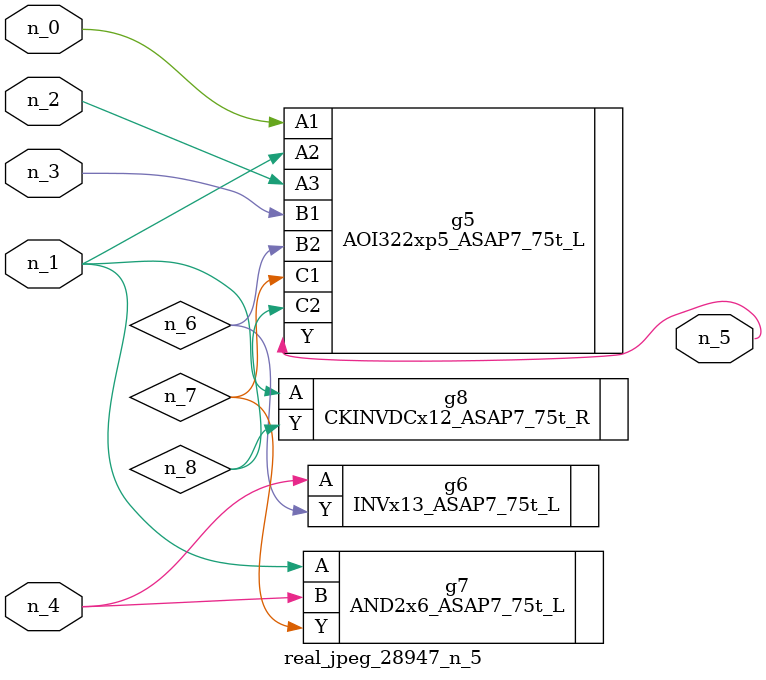
<source format=v>
module real_jpeg_28947_n_5 (n_4, n_0, n_1, n_2, n_3, n_5);

input n_4;
input n_0;
input n_1;
input n_2;
input n_3;

output n_5;

wire n_8;
wire n_6;
wire n_7;

AOI322xp5_ASAP7_75t_L g5 ( 
.A1(n_0),
.A2(n_1),
.A3(n_2),
.B1(n_3),
.B2(n_6),
.C1(n_7),
.C2(n_8),
.Y(n_5)
);

AND2x6_ASAP7_75t_L g7 ( 
.A(n_1),
.B(n_4),
.Y(n_7)
);

CKINVDCx12_ASAP7_75t_R g8 ( 
.A(n_1),
.Y(n_8)
);

INVx13_ASAP7_75t_L g6 ( 
.A(n_4),
.Y(n_6)
);


endmodule
</source>
